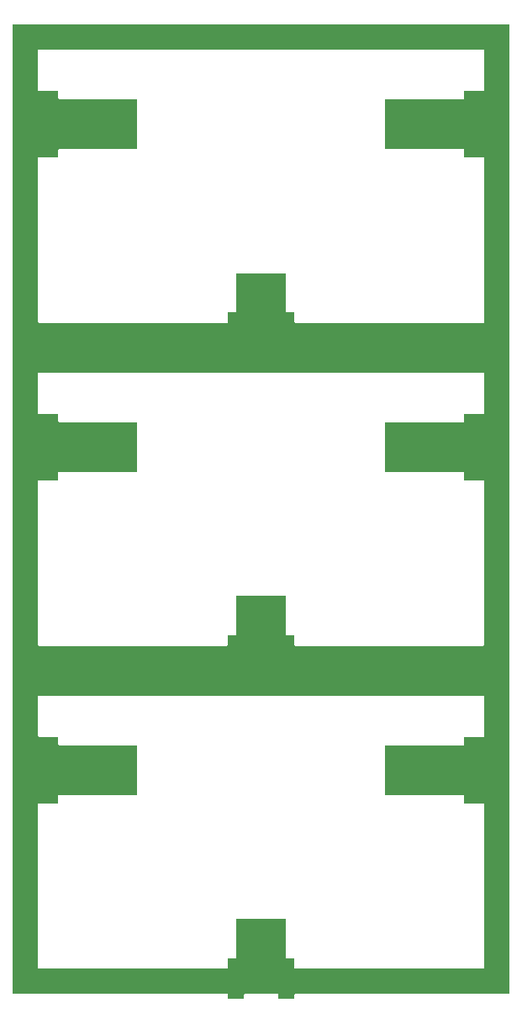
<source format=gbr>
G04 #@! TF.GenerationSoftware,KiCad,Pcbnew,(5.1.5)-3*
G04 #@! TF.CreationDate,2021-12-07T11:44:26+01:00*
G04 #@! TF.ProjectId,stitched capcoupler,73746974-6368-4656-9420-636170636f75,rev?*
G04 #@! TF.SameCoordinates,Original*
G04 #@! TF.FileFunction,Soldermask,Bot*
G04 #@! TF.FilePolarity,Negative*
%FSLAX46Y46*%
G04 Gerber Fmt 4.6, Leading zero omitted, Abs format (unit mm)*
G04 Created by KiCad (PCBNEW (5.1.5)-3) date 2021-12-07 11:44:26*
%MOMM*%
%LPD*%
G04 APERTURE LIST*
%ADD10C,0.100000*%
G04 APERTURE END LIST*
D10*
G36*
X100000000Y-67500000D02*
G01*
X78465999Y-67500000D01*
X78441613Y-67502402D01*
X78418164Y-67509515D01*
X78396553Y-67521066D01*
X78377611Y-67536611D01*
X78362066Y-67555553D01*
X78350515Y-67577164D01*
X78343402Y-67600613D01*
X78341000Y-67624999D01*
X78341000Y-68051000D01*
X76739000Y-68051000D01*
X76739000Y-67624999D01*
X76736598Y-67600613D01*
X76729485Y-67577164D01*
X76717934Y-67555553D01*
X76702389Y-67536611D01*
X76683447Y-67521066D01*
X76661836Y-67509515D01*
X76638387Y-67502402D01*
X76614001Y-67500000D01*
X73385999Y-67500000D01*
X73361613Y-67502402D01*
X73338164Y-67509515D01*
X73316553Y-67521066D01*
X73297611Y-67536611D01*
X73282066Y-67555553D01*
X73270515Y-67577164D01*
X73263402Y-67600613D01*
X73261000Y-67624999D01*
X73261000Y-68051000D01*
X71659000Y-68051000D01*
X71659000Y-67624999D01*
X71656598Y-67600613D01*
X71649485Y-67577164D01*
X71637934Y-67555553D01*
X71622389Y-67536611D01*
X71603447Y-67521066D01*
X71581836Y-67509515D01*
X71558387Y-67502402D01*
X71534001Y-67500000D01*
X50000000Y-67500000D01*
X50000000Y-37624999D01*
X52500000Y-37624999D01*
X52500000Y-41534001D01*
X52502402Y-41558387D01*
X52509515Y-41581836D01*
X52521066Y-41603447D01*
X52536611Y-41622389D01*
X52555553Y-41637934D01*
X52577164Y-41649485D01*
X52600613Y-41656598D01*
X52624999Y-41659000D01*
X54551000Y-41659000D01*
X54551000Y-42375001D01*
X54553402Y-42399387D01*
X54560515Y-42422836D01*
X54572066Y-42444447D01*
X54587611Y-42463389D01*
X54606553Y-42478934D01*
X54628164Y-42490485D01*
X54651613Y-42497598D01*
X54675999Y-42500000D01*
X62500000Y-42500000D01*
X62500000Y-47500000D01*
X54675999Y-47500000D01*
X54651613Y-47502402D01*
X54628164Y-47509515D01*
X54606553Y-47521066D01*
X54587611Y-47536611D01*
X54572066Y-47555553D01*
X54560515Y-47577164D01*
X54553402Y-47600613D01*
X54551000Y-47624999D01*
X54551000Y-48341000D01*
X52624999Y-48341000D01*
X52600613Y-48343402D01*
X52577164Y-48350515D01*
X52555553Y-48362066D01*
X52536611Y-48377611D01*
X52521066Y-48396553D01*
X52509515Y-48418164D01*
X52502402Y-48441613D01*
X52500000Y-48465999D01*
X52500000Y-64875001D01*
X52502402Y-64899387D01*
X52509515Y-64922836D01*
X52521066Y-64944447D01*
X52536611Y-64963389D01*
X52555553Y-64978934D01*
X52577164Y-64990485D01*
X52600613Y-64997598D01*
X52624999Y-65000000D01*
X71534001Y-65000000D01*
X71558387Y-64997598D01*
X71581836Y-64990485D01*
X71603447Y-64978934D01*
X71622389Y-64963389D01*
X71637934Y-64944447D01*
X71649485Y-64922836D01*
X71656598Y-64899387D01*
X71659000Y-64875001D01*
X71659000Y-63949000D01*
X72375001Y-63949000D01*
X72399387Y-63946598D01*
X72422836Y-63939485D01*
X72444447Y-63927934D01*
X72463389Y-63912389D01*
X72478934Y-63893447D01*
X72490485Y-63871836D01*
X72497598Y-63848387D01*
X72500000Y-63824001D01*
X72500000Y-60000000D01*
X77500000Y-60000000D01*
X77500000Y-63824001D01*
X77502402Y-63848387D01*
X77509515Y-63871836D01*
X77521066Y-63893447D01*
X77536611Y-63912389D01*
X77555553Y-63927934D01*
X77577164Y-63939485D01*
X77600613Y-63946598D01*
X77624999Y-63949000D01*
X78341000Y-63949000D01*
X78341000Y-64875001D01*
X78343402Y-64899387D01*
X78350515Y-64922836D01*
X78362066Y-64944447D01*
X78377611Y-64963389D01*
X78396553Y-64978934D01*
X78418164Y-64990485D01*
X78441613Y-64997598D01*
X78465999Y-65000000D01*
X97375001Y-65000000D01*
X97399387Y-64997598D01*
X97422836Y-64990485D01*
X97444447Y-64978934D01*
X97463389Y-64963389D01*
X97478934Y-64944447D01*
X97490485Y-64922836D01*
X97497598Y-64899387D01*
X97500000Y-64875001D01*
X97500000Y-48465999D01*
X97497598Y-48441613D01*
X97490485Y-48418164D01*
X97478934Y-48396553D01*
X97463389Y-48377611D01*
X97444447Y-48362066D01*
X97422836Y-48350515D01*
X97399387Y-48343402D01*
X97375001Y-48341000D01*
X95449000Y-48341000D01*
X95449000Y-47624999D01*
X95446598Y-47600613D01*
X95439485Y-47577164D01*
X95427934Y-47555553D01*
X95412389Y-47536611D01*
X95393447Y-47521066D01*
X95371836Y-47509515D01*
X95348387Y-47502402D01*
X95324001Y-47500000D01*
X87500000Y-47500000D01*
X87500000Y-42500000D01*
X95324001Y-42500000D01*
X95348387Y-42497598D01*
X95371836Y-42490485D01*
X95393447Y-42478934D01*
X95412389Y-42463389D01*
X95427934Y-42444447D01*
X95439485Y-42422836D01*
X95446598Y-42399387D01*
X95449000Y-42375001D01*
X95449000Y-41659000D01*
X97375001Y-41659000D01*
X97399387Y-41656598D01*
X97422836Y-41649485D01*
X97444447Y-41637934D01*
X97463389Y-41622389D01*
X97478934Y-41603447D01*
X97490485Y-41581836D01*
X97497598Y-41558387D01*
X97500000Y-41534001D01*
X97500000Y-37624999D01*
X97497598Y-37600613D01*
X97490485Y-37577164D01*
X97478934Y-37555553D01*
X97463389Y-37536611D01*
X97444447Y-37521066D01*
X97422836Y-37509515D01*
X97399387Y-37502402D01*
X97375001Y-37500000D01*
X52624999Y-37500000D01*
X52600613Y-37502402D01*
X52577164Y-37509515D01*
X52555553Y-37521066D01*
X52536611Y-37536611D01*
X52521066Y-37555553D01*
X52509515Y-37577164D01*
X52502402Y-37600613D01*
X52500000Y-37624999D01*
X50000000Y-37624999D01*
X50000000Y-5124999D01*
X52500000Y-5124999D01*
X52500000Y-9034001D01*
X52502402Y-9058387D01*
X52509515Y-9081836D01*
X52521066Y-9103447D01*
X52536611Y-9122389D01*
X52555553Y-9137934D01*
X52577164Y-9149485D01*
X52600613Y-9156598D01*
X52624999Y-9159000D01*
X54551000Y-9159000D01*
X54551000Y-9875001D01*
X54553402Y-9899387D01*
X54560515Y-9922836D01*
X54572066Y-9944447D01*
X54587611Y-9963389D01*
X54606553Y-9978934D01*
X54628164Y-9990485D01*
X54651613Y-9997598D01*
X54675999Y-10000000D01*
X62500000Y-10000000D01*
X62500000Y-15000000D01*
X54675999Y-15000000D01*
X54651613Y-15002402D01*
X54628164Y-15009515D01*
X54606553Y-15021066D01*
X54587611Y-15036611D01*
X54572066Y-15055553D01*
X54560515Y-15077164D01*
X54553402Y-15100613D01*
X54551000Y-15124999D01*
X54551000Y-15841000D01*
X52624999Y-15841000D01*
X52600613Y-15843402D01*
X52577164Y-15850515D01*
X52555553Y-15862066D01*
X52536611Y-15877611D01*
X52521066Y-15896553D01*
X52509515Y-15918164D01*
X52502402Y-15941613D01*
X52500000Y-15965999D01*
X52500000Y-32375001D01*
X52502402Y-32399387D01*
X52509515Y-32422836D01*
X52521066Y-32444447D01*
X52536611Y-32463389D01*
X52555553Y-32478934D01*
X52577164Y-32490485D01*
X52600613Y-32497598D01*
X52624999Y-32500000D01*
X71534001Y-32500000D01*
X71558387Y-32497598D01*
X71581836Y-32490485D01*
X71603447Y-32478934D01*
X71622389Y-32463389D01*
X71637934Y-32444447D01*
X71649485Y-32422836D01*
X71656598Y-32399387D01*
X71659000Y-32375001D01*
X71659000Y-31449000D01*
X72375001Y-31449000D01*
X72399387Y-31446598D01*
X72422836Y-31439485D01*
X72444447Y-31427934D01*
X72463389Y-31412389D01*
X72478934Y-31393447D01*
X72490485Y-31371836D01*
X72497598Y-31348387D01*
X72500000Y-31324001D01*
X72500000Y-27500000D01*
X77500000Y-27500000D01*
X77500000Y-31324001D01*
X77502402Y-31348387D01*
X77509515Y-31371836D01*
X77521066Y-31393447D01*
X77536611Y-31412389D01*
X77555553Y-31427934D01*
X77577164Y-31439485D01*
X77600613Y-31446598D01*
X77624999Y-31449000D01*
X78341000Y-31449000D01*
X78341000Y-32375001D01*
X78343402Y-32399387D01*
X78350515Y-32422836D01*
X78362066Y-32444447D01*
X78377611Y-32463389D01*
X78396553Y-32478934D01*
X78418164Y-32490485D01*
X78441613Y-32497598D01*
X78465999Y-32500000D01*
X97375001Y-32500000D01*
X97399387Y-32497598D01*
X97422836Y-32490485D01*
X97444447Y-32478934D01*
X97463389Y-32463389D01*
X97478934Y-32444447D01*
X97490485Y-32422836D01*
X97497598Y-32399387D01*
X97500000Y-32375001D01*
X97500000Y-15965999D01*
X97497598Y-15941613D01*
X97490485Y-15918164D01*
X97478934Y-15896553D01*
X97463389Y-15877611D01*
X97444447Y-15862066D01*
X97422836Y-15850515D01*
X97399387Y-15843402D01*
X97375001Y-15841000D01*
X95449000Y-15841000D01*
X95449000Y-15124999D01*
X95446598Y-15100613D01*
X95439485Y-15077164D01*
X95427934Y-15055553D01*
X95412389Y-15036611D01*
X95393447Y-15021066D01*
X95371836Y-15009515D01*
X95348387Y-15002402D01*
X95324001Y-15000000D01*
X87500000Y-15000000D01*
X87500000Y-10000000D01*
X95324001Y-10000000D01*
X95348387Y-9997598D01*
X95371836Y-9990485D01*
X95393447Y-9978934D01*
X95412389Y-9963389D01*
X95427934Y-9944447D01*
X95439485Y-9922836D01*
X95446598Y-9899387D01*
X95449000Y-9875001D01*
X95449000Y-9159000D01*
X97375001Y-9159000D01*
X97399387Y-9156598D01*
X97422836Y-9149485D01*
X97444447Y-9137934D01*
X97463389Y-9122389D01*
X97478934Y-9103447D01*
X97490485Y-9081836D01*
X97497598Y-9058387D01*
X97500000Y-9034001D01*
X97500000Y-5124999D01*
X97497598Y-5100613D01*
X97490485Y-5077164D01*
X97478934Y-5055553D01*
X97463389Y-5036611D01*
X97444447Y-5021066D01*
X97422836Y-5009515D01*
X97399387Y-5002402D01*
X97375001Y-5000000D01*
X52624999Y-5000000D01*
X52600613Y-5002402D01*
X52577164Y-5009515D01*
X52555553Y-5021066D01*
X52536611Y-5036611D01*
X52521066Y-5055553D01*
X52509515Y-5077164D01*
X52502402Y-5100613D01*
X52500000Y-5124999D01*
X50000000Y-5124999D01*
X50000000Y27375001D01*
X52500000Y27375001D01*
X52500000Y23465999D01*
X52502402Y23441613D01*
X52509515Y23418164D01*
X52521066Y23396553D01*
X52536611Y23377611D01*
X52555553Y23362066D01*
X52577164Y23350515D01*
X52600613Y23343402D01*
X52624999Y23341000D01*
X54551000Y23341000D01*
X54551000Y22624999D01*
X54553402Y22600613D01*
X54560515Y22577164D01*
X54572066Y22555553D01*
X54587611Y22536611D01*
X54606553Y22521066D01*
X54628164Y22509515D01*
X54651613Y22502402D01*
X54675999Y22500000D01*
X62500000Y22500000D01*
X62500000Y17500000D01*
X54675999Y17500000D01*
X54651613Y17497598D01*
X54628164Y17490485D01*
X54606553Y17478934D01*
X54587611Y17463389D01*
X54572066Y17444447D01*
X54560515Y17422836D01*
X54553402Y17399387D01*
X54551000Y17375001D01*
X54551000Y16659000D01*
X52624999Y16659000D01*
X52600613Y16656598D01*
X52577164Y16649485D01*
X52555553Y16637934D01*
X52536611Y16622389D01*
X52521066Y16603447D01*
X52509515Y16581836D01*
X52502402Y16558387D01*
X52500000Y16534001D01*
X52500000Y124999D01*
X52502402Y100613D01*
X52509515Y77164D01*
X52521066Y55553D01*
X52536611Y36611D01*
X52555553Y21066D01*
X52577164Y9515D01*
X52600613Y2402D01*
X52624999Y0D01*
X71534001Y0D01*
X71558387Y2402D01*
X71581836Y9515D01*
X71603447Y21066D01*
X71622389Y36611D01*
X71637934Y55553D01*
X71649485Y77164D01*
X71656598Y100613D01*
X71659000Y124999D01*
X71659000Y1051000D01*
X72375001Y1051000D01*
X72399387Y1053402D01*
X72422836Y1060515D01*
X72444447Y1072066D01*
X72463389Y1087611D01*
X72478934Y1106553D01*
X72490485Y1128164D01*
X72497598Y1151613D01*
X72500000Y1175999D01*
X72500000Y5000000D01*
X77500000Y5000000D01*
X77500000Y1175999D01*
X77502402Y1151613D01*
X77509515Y1128164D01*
X77521066Y1106553D01*
X77536611Y1087611D01*
X77555553Y1072066D01*
X77577164Y1060515D01*
X77600613Y1053402D01*
X77624999Y1051000D01*
X78341000Y1051000D01*
X78341000Y124999D01*
X78343402Y100613D01*
X78350515Y77164D01*
X78362066Y55553D01*
X78377611Y36611D01*
X78396553Y21066D01*
X78418164Y9515D01*
X78441613Y2402D01*
X78465999Y0D01*
X97375001Y0D01*
X97399387Y2402D01*
X97422836Y9515D01*
X97444447Y21066D01*
X97463389Y36611D01*
X97478934Y55553D01*
X97490485Y77164D01*
X97497598Y100613D01*
X97500000Y124999D01*
X97500000Y16534001D01*
X97497598Y16558387D01*
X97490485Y16581836D01*
X97478934Y16603447D01*
X97463389Y16622389D01*
X97444447Y16637934D01*
X97422836Y16649485D01*
X97399387Y16656598D01*
X97375001Y16659000D01*
X95449000Y16659000D01*
X95449000Y17375001D01*
X95446598Y17399387D01*
X95439485Y17422836D01*
X95427934Y17444447D01*
X95412389Y17463389D01*
X95393447Y17478934D01*
X95371836Y17490485D01*
X95348387Y17497598D01*
X95324001Y17500000D01*
X87500000Y17500000D01*
X87500000Y22500000D01*
X95324001Y22500000D01*
X95348387Y22502402D01*
X95371836Y22509515D01*
X95393447Y22521066D01*
X95412389Y22536611D01*
X95427934Y22555553D01*
X95439485Y22577164D01*
X95446598Y22600613D01*
X95449000Y22624999D01*
X95449000Y23341000D01*
X97375001Y23341000D01*
X97399387Y23343402D01*
X97422836Y23350515D01*
X97444447Y23362066D01*
X97463389Y23377611D01*
X97478934Y23396553D01*
X97490485Y23418164D01*
X97497598Y23441613D01*
X97500000Y23465999D01*
X97500000Y27375001D01*
X97497598Y27399387D01*
X97490485Y27422836D01*
X97478934Y27444447D01*
X97463389Y27463389D01*
X97444447Y27478934D01*
X97422836Y27490485D01*
X97399387Y27497598D01*
X97375001Y27500000D01*
X52624999Y27500000D01*
X52600613Y27497598D01*
X52577164Y27490485D01*
X52555553Y27478934D01*
X52536611Y27463389D01*
X52521066Y27444447D01*
X52509515Y27422836D01*
X52502402Y27399387D01*
X52500000Y27375001D01*
X50000000Y27375001D01*
X50000000Y30000000D01*
X100000000Y30000000D01*
X100000000Y-67500000D01*
G37*
M02*

</source>
